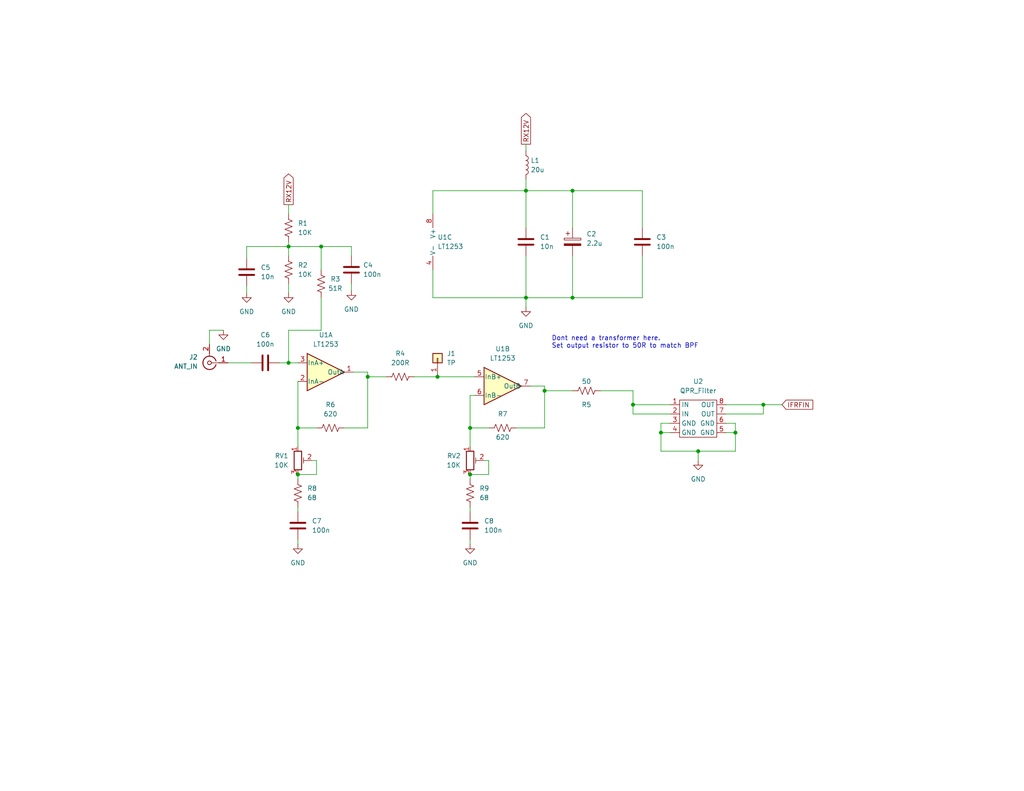
<source format=kicad_sch>
(kicad_sch (version 20211123) (generator eeschema)
  (paper "A")
  (title_block (title "Phoenix 612: RF AMP") (date "2022-08-31") (rev "0.1a") (company "DATER (Dave Peter)"))
  (lib_symbols
    (symbol "Connector:Conn_Coaxial" (pin_names (offset 1.016) hide)
      (property "Reference" "J" (at 0.254 3.048 0))
      (property "Value" "Conn_Coaxial" (at 2.921 0 90))
      (symbol "Conn_Coaxial_0_1"
        (arc (start -1.778 -0.508) (mid 0.2311 -1.8066) (end 1.778 0) (stroke (width 0.254)))
        (polyline (pts (xy -2.54 0) (xy -0.508 0)))
        (polyline (pts (xy 0 -2.54) (xy 0 -1.778)))
        (circle (center 0 0) (radius 0.508) (stroke (width 0.2032)))
        (arc (start 1.778 0) (mid 0.2099 1.8101) (end -1.778 0.508) (stroke (width 0.254)))
      )
      (symbol "Conn_Coaxial_1_1"
        (pin passive line (at -5.08 0 0) (length 2.54) (name "In") (number "1"))
        (pin passive line (at 0 -5.08 90) (length 2.54) (name "Ext") (number "2"))
      )
    )
    (symbol "Connector_Generic:Conn_01x01" (pin_names (offset 1.016) hide)
      (property "Reference" "J" (at 0 2.54 0))
      (property "Value" "Conn_01x01" (at 0 -2.54 0))
      (symbol "Conn_01x01_1_1"
        (rectangle (start -1.27 0.127) (end 0 -0.127) (stroke (width 0.1524)))
        (rectangle (start -1.27 1.27) (end 1.27 -1.27) (stroke (width 0.254)) (fill (type background)))
        (pin passive line (at -5.08 0 0) (length 3.81) (name "Pin_1") (number "1"))
      )
    )
    (symbol "Custom_RF:LT1253" (pin_names (offset 0.127))
      (property "Reference" "U" (at 2.54 6.35 0))
      (property "Value" "LT1253" (at 1.27 -6.35 0))
      (symbol "LT1253_1_1"
        (polyline (pts (xy -5.08 5.08) (xy 5.08 0) (xy -5.08 -5.08) (xy -5.08 5.08)) (stroke (width 0.254)) (fill (type background)))
        (pin output line (at 7.62 0 180) (length 2.54) (name "OutA") (number "1"))
        (pin input line (at -7.62 -2.54 0) (length 2.54) (name "InA-") (number "2"))
        (pin input line (at -7.62 2.54 0) (length 2.54) (name "InA+") (number "3"))
      )
      (symbol "LT1253_2_1"
        (polyline (pts (xy -5.08 5.08) (xy 5.08 0) (xy -5.08 -5.08) (xy -5.08 5.08)) (stroke (width 0.254)) (fill (type background)))
        (pin input line (at -7.62 2.54 0) (length 2.54) (name "InB+") (number "5"))
        (pin input line (at -7.62 -2.54 0) (length 2.54) (name "InB-") (number "6"))
        (pin output line (at 7.62 0 180) (length 2.54) (name "OutB") (number "7"))
      )
      (symbol "LT1253_3_1"
        (pin power_in line (at -2.54 -7.62 90) (length 3.81) (name "V-") (number "4"))
        (pin power_in line (at -2.54 7.62 270) (length 3.81) (name "V+") (number "8"))
      )
    )
    (symbol "Custom_RF:QPR_Filter"
      (property "Reference" "U" (at 0 7.62 0))
      (property "Value" "QPR_Filter" (at 0 -7.62 0))
      (symbol "QPR_Filter_0_1"
        (rectangle (start -5.08 5.08) (end 5.08 -5.08))
      )
      (symbol "QPR_Filter_1_1"
        (pin bidirectional line (at -7.62 3.81 0) (length 2.54) (name "IN") (number "1"))
        (pin bidirectional line (at -7.62 1.27 0) (length 2.54) (name "IN") (number "2"))
        (pin power_in line (at -7.62 -1.27 0) (length 2.54) (name "GND") (number "3"))
        (pin power_in line (at -7.62 -3.81 0) (length 2.54) (name "GND") (number "4"))
        (pin power_in line (at 7.62 -3.81 180) (length 2.54) (name "GND") (number "5"))
        (pin power_in line (at 7.62 -1.27 180) (length 2.54) (name "GND") (number "6"))
        (pin bidirectional line (at 7.62 1.27 180) (length 2.54) (name "OUT") (number "7"))
        (pin bidirectional line (at 7.62 3.81 180) (length 2.54) (name "OUT") (number "8"))
      )
    )
    (symbol "Device:C" (pin_numbers hide) (pin_names (offset 0.254))
      (property "Reference" "C" (at 0.635 2.54 0))
      (property "Value" "C" (at 0.635 -2.54 0))
      (symbol "C_0_1"
        (polyline (pts (xy -2.032 -0.762) (xy 2.032 -0.762)) (stroke (width 0.508)))
        (polyline (pts (xy -2.032 0.762) (xy 2.032 0.762)) (stroke (width 0.508)))
      )
      (symbol "C_1_1"
        (pin passive line (at 0 3.81 270) (length 2.794) (name "~") (number "1"))
        (pin passive line (at 0 -3.81 90) (length 2.794) (name "~") (number "2"))
      )
    )
    (symbol "Device:C_Polarized" (pin_numbers hide) (pin_names (offset 0.254))
      (property "Reference" "C" (at 0.635 2.54 0))
      (property "Value" "C_Polarized" (at 0.635 -2.54 0))
      (symbol "C_Polarized_0_1"
        (rectangle (start -2.286 0.508) (end 2.286 1.016))
        (polyline (pts (xy -1.778 2.286) (xy -0.762 2.286)))
        (polyline (pts (xy -1.27 2.794) (xy -1.27 1.778)))
        (rectangle (start 2.286 -0.508) (end -2.286 -1.016) (fill (type outline)))
      )
      (symbol "C_Polarized_1_1"
        (pin passive line (at 0 3.81 270) (length 2.794) (name "~") (number "1"))
        (pin passive line (at 0 -3.81 90) (length 2.794) (name "~") (number "2"))
      )
    )
    (symbol "Device:L" (pin_numbers hide) (pin_names (offset 1.016) hide)
      (property "Reference" "L" (at -1.27 0 90))
      (property "Value" "L" (at 1.905 0 90))
      (symbol "L_0_1"
        (arc (start 0 -2.54) (mid 0.635 -1.905) (end 0 -1.27))
        (arc (start 0 -1.27) (mid 0.635 -0.635) (end 0 0))
        (arc (start 0 0) (mid 0.635 0.635) (end 0 1.27))
        (arc (start 0 1.27) (mid 0.635 1.905) (end 0 2.54))
      )
      (symbol "L_1_1"
        (pin passive line (at 0 3.81 270) (length 1.27) (name "1") (number "1"))
        (pin passive line (at 0 -3.81 90) (length 1.27) (name "2") (number "2"))
      )
    )
    (symbol "Device:R_Potentiometer_Trim" (pin_names (offset 1.016) hide)
      (property "Reference" "RV" (at -4.445 0 90))
      (property "Value" "R_Potentiometer_Trim" (at -2.54 0 90))
      (symbol "R_Potentiometer_Trim_0_1"
        (polyline (pts (xy 1.524 0.762) (xy 1.524 -0.762)))
        (polyline (pts (xy 2.54 0) (xy 1.524 0)))
        (rectangle (start 1.016 2.54) (end -1.016 -2.54) (stroke (width 0.254)))
      )
      (symbol "R_Potentiometer_Trim_1_1"
        (pin passive line (at 0 3.81 270) (length 1.27) (name "1") (number "1"))
        (pin passive line (at 3.81 0 180) (length 1.27) (name "2") (number "2"))
        (pin passive line (at 0 -3.81 90) (length 1.27) (name "3") (number "3"))
      )
    )
    (symbol "Device:R_US" (pin_numbers hide) (pin_names (offset 0))
      (property "Reference" "R" (at 2.54 0 90))
      (property "Value" "R_US" (at -2.54 0 90))
      (symbol "R_US_0_1"
        (polyline (pts (xy 0 -2.286) (xy 0 -2.54)))
        (polyline (pts (xy 0 2.286) (xy 0 2.54)))
        (polyline (pts (xy 0 -0.762) (xy 1.016 -1.143) (xy 0 -1.524) (xy -1.016 -1.905) (xy 0 -2.286)))
        (polyline (pts (xy 0 0.762) (xy 1.016 0.381) (xy 0 0) (xy -1.016 -0.381) (xy 0 -0.762)))
        (polyline (pts (xy 0 2.286) (xy 1.016 1.905) (xy 0 1.524) (xy -1.016 1.143) (xy 0 0.762)))
      )
      (symbol "R_US_1_1"
        (pin passive line (at 0 3.81 270) (length 1.27) (name "~") (number "1"))
        (pin passive line (at 0 -3.81 90) (length 1.27) (name "~") (number "2"))
      )
    )
    (symbol "power:GND" (power) (pin_names (offset 0))
      (property "Value" "GND" (at 0 -3.81 0))
      (symbol "GND_0_1"
        (polyline (pts (xy 0 0) (xy 0 -1.27) (xy 1.27 -1.27) (xy 0 -2.54) (xy -1.27 -1.27) (xy 0 -1.27)))
      )
      (symbol "GND_1_1"
        (pin power_in line (at 0 0 270) (length 0) hide (name "GND") (number "1"))
      )
    )
  )
  (junction (at 143.51 81.28))
  (junction (at 156.21 81.28))
  (junction (at 78.74 99.06))
  (junction (at 190.5 123.19))
  (junction (at 172.72 110.49))
  (junction (at 128.27 116.84))
  (junction (at 81.28 116.84))
  (junction (at 156.21 52.07))
  (junction (at 143.51 52.07))
  (junction (at 81.28 129.54))
  (junction (at 119.38 102.87))
  (junction (at 78.74 67.31))
  (junction (at 87.63 67.31))
  (junction (at 128.27 129.54))
  (junction (at 180.34 118.11))
  (junction (at 148.59 106.68))
  (junction (at 100.33 102.87))
  (junction (at 200.66 118.11))
  (junction (at 208.28 110.49))
  (wire (pts (xy 172.72 113.03) (xy 182.88 113.03)))
  (wire (pts (xy 118.11 81.28) (xy 143.51 81.28)))
  (wire (pts (xy 128.27 116.84) (xy 128.27 121.92)))
  (wire (pts (xy 198.12 113.03) (xy 208.28 113.03)))
  (wire (pts (xy 95.885 67.31) (xy 95.885 69.85)))
  (wire (pts (xy 60.96 90.17) (xy 57.15 90.17)))
  (wire (pts (xy 156.21 69.85) (xy 156.21 81.28)))
  (wire (pts (xy 57.15 90.17) (xy 57.15 93.98)))
  (wire (pts (xy 128.27 138.43) (xy 128.27 139.7)))
  (wire (pts (xy 129.54 107.95) (xy 128.27 107.95)))
  (wire (pts (xy 78.74 77.47) (xy 78.74 80.01)))
  (wire (pts (xy 93.98 116.84) (xy 100.33 116.84)))
  (wire (pts (xy 208.28 110.49) (xy 208.28 113.03)))
  (wire (pts (xy 96.52 101.6) (xy 100.33 101.6)))
  (wire (pts (xy 78.74 99.06) (xy 81.28 99.06)))
  (wire (pts (xy 156.21 81.28) (xy 175.26 81.28)))
  (wire (pts (xy 143.51 39.37) (xy 143.51 41.275)))
  (wire (pts (xy 95.885 79.375) (xy 95.885 77.47)))
  (wire (pts (xy 86.36 125.73) (xy 86.36 129.54)))
  (wire (pts (xy 119.38 102.87) (xy 129.54 102.87)))
  (wire (pts (xy 78.74 66.04) (xy 78.74 67.31)))
  (wire (pts (xy 143.51 52.07) (xy 156.21 52.07)))
  (wire (pts (xy 143.51 48.895) (xy 143.51 52.07)))
  (wire (pts (xy 198.12 118.11) (xy 200.66 118.11)))
  (wire (pts (xy 198.12 115.57) (xy 200.66 115.57)))
  (wire (pts (xy 81.28 138.43) (xy 81.28 139.7)))
  (wire (pts (xy 172.72 113.03) (xy 172.72 110.49)))
  (wire (pts (xy 87.63 90.17) (xy 78.74 90.17)))
  (wire (pts (xy 78.74 67.31) (xy 87.63 67.31)))
  (wire (pts (xy 128.27 147.32) (xy 128.27 148.59)))
  (wire (pts (xy 143.51 69.85) (xy 143.51 81.28)))
  (wire (pts (xy 78.74 55.88) (xy 78.74 58.42)))
  (wire (pts (xy 143.51 81.28) (xy 156.21 81.28)))
  (wire (pts (xy 200.66 115.57) (xy 200.66 118.11)))
  (wire (pts (xy 175.26 52.07) (xy 175.26 62.23)))
  (wire (pts (xy 148.59 106.68) (xy 156.21 106.68)))
  (wire (pts (xy 144.78 105.41) (xy 148.59 105.41)))
  (wire (pts (xy 143.51 81.28) (xy 143.51 83.82)))
  (wire (pts (xy 87.63 81.28) (xy 87.63 90.17)))
  (wire (pts (xy 100.33 102.87) (xy 100.33 116.84)))
  (wire (pts (xy 143.51 52.07) (xy 118.11 52.07)))
  (wire (pts (xy 118.11 73.66) (xy 118.11 81.28)))
  (wire (pts (xy 190.5 123.19) (xy 200.66 123.19)))
  (wire (pts (xy 95.885 67.31) (xy 87.63 67.31)))
  (wire (pts (xy 180.34 118.11) (xy 182.88 118.11)))
  (wire (pts (xy 132.08 125.73) (xy 133.35 125.73)))
  (wire (pts (xy 180.34 115.57) (xy 180.34 118.11)))
  (wire (pts (xy 78.74 67.31) (xy 78.74 69.85)))
  (wire (pts (xy 128.27 129.54) (xy 133.35 129.54)))
  (wire (pts (xy 85.09 125.73) (xy 86.36 125.73)))
  (wire (pts (xy 140.97 116.84) (xy 148.59 116.84)))
  (wire (pts (xy 78.74 67.31) (xy 67.31 67.31)))
  (wire (pts (xy 175.26 81.28) (xy 175.26 69.85)))
  (wire (pts (xy 100.33 102.87) (xy 105.41 102.87)))
  (wire (pts (xy 148.59 106.68) (xy 148.59 116.84)))
  (wire (pts (xy 143.51 52.07) (xy 143.51 62.23)))
  (wire (pts (xy 81.28 147.32) (xy 81.28 148.59)))
  (wire (pts (xy 180.34 118.11) (xy 180.34 123.19)))
  (wire (pts (xy 62.23 99.06) (xy 68.58 99.06)))
  (wire (pts (xy 128.27 116.84) (xy 133.35 116.84)))
  (wire (pts (xy 81.28 129.54) (xy 86.36 129.54)))
  (wire (pts (xy 81.28 104.14) (xy 81.28 116.84)))
  (wire (pts (xy 156.21 52.07) (xy 156.21 62.23)))
  (wire (pts (xy 128.27 129.54) (xy 128.27 130.81)))
  (wire (pts (xy 81.28 116.84) (xy 81.28 121.92)))
  (wire (pts (xy 100.33 101.6) (xy 100.33 102.87)))
  (wire (pts (xy 76.2 99.06) (xy 78.74 99.06)))
  (wire (pts (xy 148.59 105.41) (xy 148.59 106.68)))
  (wire (pts (xy 190.5 123.19) (xy 190.5 125.73)))
  (wire (pts (xy 81.28 129.54) (xy 81.28 130.81)))
  (wire (pts (xy 182.88 115.57) (xy 180.34 115.57)))
  (wire (pts (xy 128.27 107.95) (xy 128.27 116.84)))
  (wire (pts (xy 67.31 67.31) (xy 67.31 70.485)))
  (wire (pts (xy 163.83 106.68) (xy 172.72 106.68)))
  (wire (pts (xy 113.03 102.87) (xy 119.38 102.87)))
  (wire (pts (xy 172.72 106.68) (xy 172.72 110.49)))
  (wire (pts (xy 180.34 123.19) (xy 190.5 123.19)))
  (wire (pts (xy 67.31 80.01) (xy 67.31 78.105)))
  (wire (pts (xy 87.63 67.31) (xy 87.63 73.66)))
  (wire (pts (xy 198.12 110.49) (xy 208.28 110.49)))
  (wire (pts (xy 78.74 90.17) (xy 78.74 99.06)))
  (wire (pts (xy 133.35 125.73) (xy 133.35 129.54)))
  (wire (pts (xy 172.72 110.49) (xy 182.88 110.49)))
  (wire (pts (xy 200.66 123.19) (xy 200.66 118.11)))
  (wire (pts (xy 118.11 52.07) (xy 118.11 58.42)))
  (wire (pts (xy 81.28 116.84) (xy 86.36 116.84)))
  (wire (pts (xy 156.21 52.07) (xy 175.26 52.07)))
  (wire (pts (xy 208.28 110.49) (xy 213.36 110.49)))
  (text "Dont need a transformer here.  \nSet output resistor to 50R to match BPF" (at 150.495 95.25 0) (effects (font (size 1.27 1.27)) (justify left bottom)))
  (global_label "IFRFIN" (shape input) (at 213.36 110.49 0) (property "Intersheet References" "${INTERSHEET_REFS}" (effects hide)))
  (global_label "RX12V" (shape output) (at 143.51 39.37 90) (property "Intersheet References" "${INTERSHEET_REFS}" (effects hide)))
  (global_label "RX12V" (shape output) (at 78.74 55.88 90) (property "Intersheet References" "${INTERSHEET_REFS}" (effects hide)))
  (symbol (lib_id "Device:C") (at 95.885 73.66 0) (unit 1)
    (property "Reference" "C4" (at 99.06 72.3899 0) (effects (justify left)))
    (property "Value" "100n" (at 99.06 74.9299 0) (effects (justify left)))
    (property "Footprint" "Capacitor_SMD:C_1206_3216Metric" (effects hide))
  )
  (symbol (lib_id "Device:C") (at 143.51 66.04 0) (unit 1)
    (property "Reference" "C1" (at 147.32 64.7699 0) (effects (justify left)))
    (property "Value" "10n" (at 147.32 67.3099 0) (effects (justify left)))
    (property "Footprint" "Capacitor_SMD:C_1206_3216Metric" (effects hide))
  )
  (symbol (lib_id "power:GND") (at 190.5 125.73 0) (unit 1)
    (property "Reference" "#PWR06" (effects hide))
    (property "Value" "GND" (at 190.5 130.81 0))
  )
  (symbol (lib_id "Device:R_US") (at 87.63 77.47 180) (unit 1)
    (property "Reference" "R3" (at 90.17 76.2 0) (effects (justify right)))
    (property "Value" "51R" (at 89.535 78.74 0) (effects (justify right)))
    (property "Footprint" "Resistor_SMD:R_1206_3216Metric" (effects hide))
  )
  (symbol (lib_id "Connector:Conn_Coaxial") (at 57.15 99.06 180) (unit 1)
    (property "Reference" "J2" (at 53.975 97.4967 0) (effects (justify left)))
    (property "Value" "ANT_IN" (at 53.975 100.0367 0) (effects (justify left)))
    (property "Footprint" "Connector_Coaxial:SMA_Amphenol_901-144_Vertical" (effects hide))
    (property "Datasheet" " ~" (effects hide))
  )
  (symbol (lib_id "Custom_RF:LT1253") (at 120.65 66.04 0) (unit 3)
    (property "Reference" "U1" (at 119.38 64.7699 0) (effects (justify left)))
    (property "Value" "LT1253" (at 119.38 67.3099 0) (effects (justify left)))
    (property "Footprint" "Package_DIP:DIP-8_W7.62mm" (effects hide))
    (property "Datasheet" "https://www.analog.com/media/en/technical-documentation/data-sheets/lt1253.pdf" (effects hide))
  )
  (symbol (lib_id "Device:C") (at 175.26 66.04 0) (unit 1)
    (property "Reference" "C3" (at 179.07 64.7699 0) (effects (justify left)))
    (property "Value" "100n" (at 179.07 67.3099 0) (effects (justify left)))
    (property "Footprint" "Capacitor_SMD:C_1206_3216Metric" (effects hide))
  )
  (symbol (lib_id "power:GND") (at 128.27 148.59 0) (unit 1)
    (property "Reference" "#PWR08" (effects hide))
    (property "Value" "GND" (at 128.27 153.67 0))
  )
  (symbol (lib_id "power:GND") (at 81.28 148.59 0) (unit 1)
    (property "Reference" "#PWR07" (effects hide))
    (property "Value" "GND" (at 81.28 153.67 0))
  )
  (symbol (lib_id "Device:R_US") (at 90.17 116.84 90) (unit 1)
    (property "Reference" "R6" (at 90.17 110.49 90))
    (property "Value" "620" (at 90.17 113.03 90))
    (property "Footprint" "Resistor_SMD:R_1206_3216Metric" (effects hide))
  )
  (symbol (lib_id "Device:R_US") (at 128.27 134.62 0) (unit 1)
    (property "Reference" "R9" (at 130.81 133.3499 0) (effects (justify left)))
    (property "Value" "68" (at 130.81 135.8899 0) (effects (justify left)))
    (property "Footprint" "Resistor_SMD:R_1206_3216Metric" (effects hide))
  )
  (symbol (lib_id "Device:R_US") (at 160.02 106.68 90) (unit 1)
    (property "Reference" "R5" (at 160.02 110.49 90))
    (property "Value" "50" (at 160.02 104.14 90))
    (property "Footprint" "Resistor_SMD:R_1206_3216Metric" (effects hide))
  )
  (symbol (lib_id "Custom_RF:QPR_Filter") (at 190.5 114.3 0) (unit 1)
    (property "Reference" "U2" (at 190.5 104.14 0))
    (property "Value" "QPR_Filter" (at 190.5 106.68 0))
    (property "Footprint" "Custom_RF:QRPLabs_Filter_TH" (effects hide))
    (property "Datasheet" "https://www.qrp-labs.com/lpfkit.html" (effects hide))
  )
  (symbol (lib_id "Custom_RF:LT1253") (at 137.16 105.41 0) (unit 2)
    (property "Reference" "U1" (at 137.16 95.25 0))
    (property "Value" "LT1253" (at 137.16 97.79 0))
    (property "Footprint" "Package_DIP:DIP-8_W7.62mm" (effects hide))
    (property "Datasheet" "https://www.analog.com/media/en/technical-documentation/data-sheets/lt1253.pdf" (effects hide))
  )
  (symbol (lib_id "Device:C") (at 128.27 143.51 0) (unit 1)
    (property "Reference" "C8" (at 132.08 142.2399 0) (effects (justify left)))
    (property "Value" "100n" (at 132.08 144.7799 0) (effects (justify left)))
    (property "Footprint" "Capacitor_SMD:C_1206_3216Metric" (effects hide))
  )
  (symbol (lib_id "Device:R_Potentiometer_Trim") (at 128.27 125.73 0) (unit 1)
    (property "Reference" "RV2" (at 125.73 124.4599 0) (effects (justify right)))
    (property "Value" "10K" (at 125.73 126.9999 0) (effects (justify right)))
    (property "Footprint" "Potentiometer_THT:Potentiometer_Bourns_3296W_Vertical" (effects hide))
  )
  (symbol (lib_id "Connector_Generic:Conn_01x01") (at 119.38 97.79 90) (unit 1)
    (property "Reference" "J1" (at 121.92 96.5199 90) (effects (justify right)))
    (property "Value" "TP" (at 121.92 99.0599 90) (effects (justify right)))
    (property "Footprint" "Connector_PinHeader_1.00mm:PinHeader_1x01_P1.00mm_Vertical" (effects hide))
  )
  (symbol (lib_id "Device:R_US") (at 78.74 73.66 0) (unit 1)
    (property "Reference" "R2" (at 81.28 72.3899 0) (effects (justify left)))
    (property "Value" "10K" (at 81.28 74.9299 0) (effects (justify left)))
    (property "Footprint" "Resistor_SMD:R_1206_3216Metric" (effects hide))
  )
  (symbol (lib_id "power:GND") (at 78.74 80.01 0) (unit 1)
    (property "Reference" "#PWR03" (effects hide))
    (property "Value" "GND" (at 78.74 85.09 0))
  )
  (symbol (lib_id "power:GND") (at 143.51 83.82 0) (unit 1)
    (property "Reference" "#PWR04" (effects hide))
    (property "Value" "GND" (at 143.51 88.9 0))
  )
  (symbol (lib_id "Device:C") (at 81.28 143.51 0) (unit 1)
    (property "Reference" "C7" (at 85.09 142.2399 0) (effects (justify left)))
    (property "Value" "100n" (at 85.09 144.7799 0) (effects (justify left)))
    (property "Footprint" "Capacitor_SMD:C_1206_3216Metric" (effects hide))
  )
  (symbol (lib_id "power:GND") (at 60.96 90.17 0) (unit 1)
    (property "Reference" "#PWR05" (effects hide))
    (property "Value" "GND" (at 60.96 95.25 0))
  )
  (symbol (lib_id "power:GND") (at 67.31 80.01 0) (unit 1)
    (property "Reference" "#PWR02" (effects hide))
    (property "Value" "GND" (at 67.31 85.09 0))
  )
  (symbol (lib_id "Device:R_US") (at 78.74 62.23 0) (unit 1)
    (property "Reference" "R1" (at 81.28 60.9599 0) (effects (justify left)))
    (property "Value" "10K" (at 81.28 63.4999 0) (effects (justify left)))
    (property "Footprint" "Resistor_SMD:R_1206_3216Metric" (effects hide))
  )
  (symbol (lib_id "Device:R_US") (at 81.28 134.62 0) (unit 1)
    (property "Reference" "R8" (at 83.82 133.3499 0) (effects (justify left)))
    (property "Value" "68" (at 83.82 135.8899 0) (effects (justify left)))
    (property "Footprint" "Resistor_SMD:R_1206_3216Metric" (effects hide))
  )
  (symbol (lib_id "Device:L") (at 143.51 45.085 0) (unit 1)
    (property "Reference" "L1" (at 144.78 43.8149 0) (effects (justify left)))
    (property "Value" "20u" (at 144.78 46.3549 0) (effects (justify left)))
    (property "Footprint" "Inductor_SMD:L_1206_3216Metric" (effects hide))
  )
  (symbol (lib_id "Device:R_Potentiometer_Trim") (at 81.28 125.73 0) (unit 1)
    (property "Reference" "RV1" (at 78.74 124.4599 0) (effects (justify right)))
    (property "Value" "10K" (at 78.74 126.9999 0) (effects (justify right)))
    (property "Footprint" "Potentiometer_THT:Potentiometer_Bourns_3296W_Vertical" (effects hide))
  )
  (symbol (lib_id "Device:C") (at 72.39 99.06 90) (unit 1)
    (property "Reference" "C6" (at 72.39 91.44 90))
    (property "Value" "100n" (at 72.39 93.98 90))
    (property "Footprint" "Capacitor_SMD:C_1206_3216Metric" (effects hide))
  )
  (symbol (lib_id "Device:R_US") (at 137.16 116.84 270) (unit 1)
    (property "Reference" "R7" (at 137.16 113.03 90))
    (property "Value" "620" (at 137.16 119.38 90))
    (property "Footprint" "Resistor_SMD:R_1206_3216Metric" (effects hide))
  )
  (symbol (lib_id "Device:R_US") (at 109.22 102.87 90) (unit 1)
    (property "Reference" "R4" (at 109.22 96.52 90))
    (property "Value" "200R" (at 109.22 99.06 90))
    (property "Footprint" "Resistor_SMD:R_1206_3216Metric" (effects hide))
  )
  (symbol (lib_id "power:GND") (at 95.885 79.375 0) (unit 1)
    (property "Reference" "#PWR01" (effects hide))
    (property "Value" "GND" (at 95.885 84.455 0))
  )
  (symbol (lib_id "Device:C") (at 67.31 74.295 0) (unit 1)
    (property "Reference" "C5" (at 71.12 73.0249 0) (effects (justify left)))
    (property "Value" "10n" (at 71.12 75.5649 0) (effects (justify left)))
    (property "Footprint" "Capacitor_SMD:C_1206_3216Metric" (effects hide))
  )
  (symbol (lib_id "Custom_RF:LT1253") (at 88.9 101.6 0) (unit 1)
    (property "Reference" "U1" (at 88.9 91.44 0))
    (property "Value" "LT1253" (at 88.9 93.98 0))
    (property "Footprint" "Package_DIP:DIP-8_W7.62mm" (effects hide))
    (property "Datasheet" "https://www.analog.com/media/en/technical-documentation/data-sheets/lt1253.pdf" (effects hide))
  )
  (symbol (lib_id "Device:C_Polarized") (at 156.21 66.04 0) (unit 1)
    (property "Reference" "C2" (at 160.02 63.8809 0) (effects (justify left)))
    (property "Value" "2.2u" (at 160.02 66.4209 0) (effects (justify left)))
    (property "Footprint" "Capacitor_THT:CP_Radial_D8.0mm_P2.50mm" (effects hide))
  )
)
</source>
